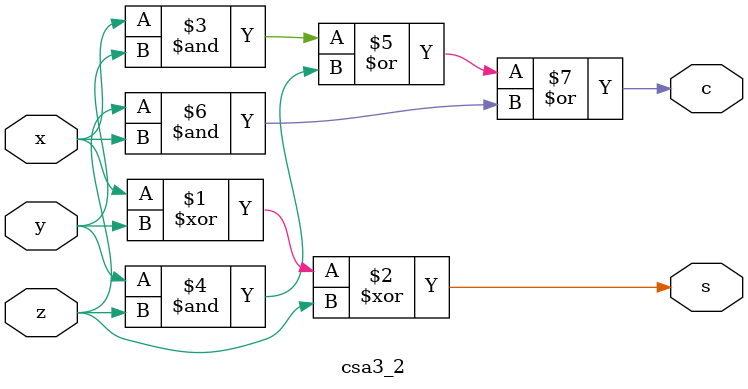
<source format=v>
module csa3_2 (x, y, z, s, c);

input x;
input y;
input z;
output s;
output c;

assign s = x^y^z;
assign c = x&y | y&z | z&x;

endmodule

</source>
